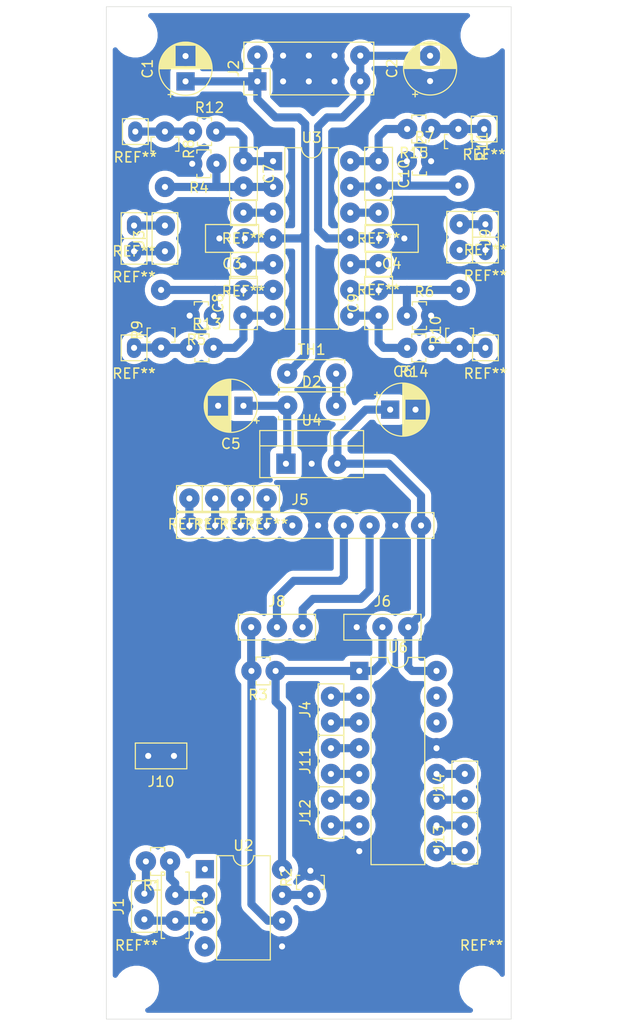
<source format=kicad_pcb>
(kicad_pcb (version 20171130) (host pcbnew "(5.1.7-0-10_14)")
  (layers (0 F.Cu signal) (31 B.Cu signal) (34 B.Paste user) (35 F.Paste user) (36 B.SilkS user) (37 F.SilkS user hide) (38 B.Mask user) (39 F.Mask user) (44 Edge.Cuts user))
  (net 0 "")
  (net 1 +12V)
  (net 2 GND)
  (net 3 -12V)
  (net 4 "Net-(C5-Pad1)")
  (net 5 +5V)
  (net 6 "Net-(C7-Pad2)")
  (net 7 "Net-(C7-Pad1)")
  (net 8 "Net-(C8-Pad2)")
  (net 9 "Net-(C8-Pad1)")
  (net 10 "Net-(C9-Pad1)")
  (net 11 "Net-(C9-Pad2)")
  (net 12 "Net-(C10-Pad1)")
  (net 13 "Net-(C10-Pad2)")
  (net 14 "Net-(D1-Pad2)")
  (net 15 "Net-(D1-Pad1)")
  (net 16 "Net-(D2-Pad2)")
  (net 17 "Net-(J1-Pad4)")
  (net 18 CV_A_OUT)
  (net 19 CV_B_OUT)
  (net 20 CV_C_OUT)
  (net 21 CV_D_OUT)
  (net 22 CLOCK_OUT)
  (net 23 GATE_D_OUT)
  (net 24 GATE_C_OUT)
  (net 25 GATE_B_OUT)
  (net 26 GATE_A_OUT)
  (net 27 DAC_CLK)
  (net 28 DAC_DATA)
  (net 29 "Net-(J5-Pad6)")
  (net 30 CV_A)
  (net 31 CV_B)
  (net 32 CV_C)
  (net 33 CV_D)
  (net 34 "Net-(R2-Pad1)")
  (net 35 +3V3)
  (net 36 MIDI_IN_RX)
  (net 37 "Net-(U2-Pad4)")
  (net 38 "Net-(U2-Pad1)")
  (net 39 "Net-(U6-Pad15)")
  (net 40 GATE_C)
  (net 41 "Net-(U6-Pad14)")
  (net 42 GATE_B)
  (net 43 CLOCK)
  (net 44 GATE_A)
  (net 45 GATE_D)
  (module MountingHole:MountingHole_3.2mm_M3 (layer F.Cu) (at 143.764 140.5)
    (fp_text reference REF** (at 0 -4.2) (layer F.SilkS))
    (fp_text value MountingHole_3.2mm_M3 hide)
    (pad 1 np_thru_hole circle (at 0 0) (size 3.2 3.2) (drill 3.2) (layers *.Cu *.Mask))
  )
  (module MountingHole:MountingHole_3.2mm_M3 (layer F.Cu) (at 109.728 140.5)
    (fp_text reference REF** (at 0 -4.2) (layer F.SilkS))
    (fp_text value MountingHole_3.2mm_M3 hide)
    (pad 1 np_thru_hole circle (at 0 0) (size 3.2 3.2) (drill 3.2) (layers *.Cu *.Mask))
  )
  (module MountingHole:MountingHole_3.2mm_M3 (layer F.Cu) (at 143.891 46.5)
    (fp_text reference REF** (at 0 -4.2) (layer F.SilkS))
    (fp_text value MountingHole_3.2mm_M3 hide)
    (pad 1 np_thru_hole circle (at 0 0) (size 3.2 3.2) (drill 3.2) (layers *.Cu *.Mask))
  )
  (module MountingHole:MountingHole_3.2mm_M3 (layer F.Cu) (at 109.601 46.5)
    (fp_text reference REF** (at 0 -4.2) (layer F.SilkS))
    (fp_text value MountingHole_3.2mm_M3 hide)
    (pad 1 np_thru_hole circle (at 0 0) (size 3.2 3.2) (drill 3.2) (layers *.Cu *.Mask))
  )
  (module Zimo_Manual_PCB:Jumper (layer F.Cu) (at 122.555 92.202)
    (fp_text reference REF** (at 0 2.54) (layer F.SilkS))
    (fp_text value J)
    (pad 1 thru_hole circle (at 0 0) (size 2 2) (drill 0.6) (layers *.Cu *.Mask) (net 30 CV_A))
  )
  (module Zimo_Manual_PCB:Jumper (layer F.Cu) (at 120.015 92.202)
    (fp_text reference REF** (at 0 2.54) (layer F.SilkS))
    (fp_text value JB)
    (pad 1 thru_hole circle (at 0 0) (size 2 2) (drill 0.6) (layers *.Cu *.Mask) (net 31 CV_B))
  )
  (module Zimo_Manual_PCB:Jumper (layer F.Cu) (at 117.475 92.202)
    (fp_text reference REF** (at 0 2.54) (layer F.SilkS))
    (fp_text value JC)
    (pad 1 thru_hole circle (at 0 0) (size 2 2) (drill 0.6) (layers *.Cu *.Mask) (net 32 CV_C))
  )
  (module Zimo_Manual_PCB:Jumper (layer F.Cu) (at 114.935 92.202)
    (fp_text reference REF** (at 0 2.54) (layer F.SilkS))
    (fp_text value JD)
    (pad 1 thru_hole circle (at 0 0) (size 2 2) (drill 0.6) (layers *.Cu *.Mask) (net 33 CV_D))
  )
  (module Zimo_Manual_PCB:Jumper (layer F.Cu) (at 133.604 69.088)
    (fp_text reference REF** (at 0 2.54) (layer F.SilkS))
    (fp_text value JC)
    (pad 1 thru_hole circle (at 0 0) (size 2 2) (drill 0.6) (layers *.Cu *.Mask) (net 32 CV_C))
  )
  (module Zimo_Manual_PCB:Jumper (layer F.Cu) (at 133.604 64.008)
    (fp_text reference REF** (at 0 2.54) (layer F.SilkS))
    (fp_text value JD)
    (pad 1 thru_hole circle (at 0 0) (size 2 2) (drill 0.6) (layers *.Cu *.Mask) (net 33 CV_D))
  )
  (module Zimo_Manual_PCB:Jumper (layer F.Cu) (at 120.269 69.215)
    (fp_text reference REF** (at 0 2.54) (layer F.SilkS))
    (fp_text value JB)
    (pad 1 thru_hole circle (at 0 0) (size 2 2) (drill 0.6) (layers *.Cu *.Mask) (net 31 CV_B))
  )
  (module Zimo_Manual_PCB:Jumper (layer F.Cu) (at 120.269 64.008)
    (fp_text reference REF** (at 0 2.54) (layer F.SilkS))
    (fp_text value JA)
    (pad 1 thru_hole circle (at 0 0) (size 2 2) (drill 0.6) (layers *.Cu *.Mask) (net 30 CV_A))
  )
  (module Zimo_Manual_PCB:Jumper (layer F.Cu) (at 144.018 55.753)
    (fp_text reference REF** (at 0 2.54) (layer F.SilkS))
    (fp_text value J1)
    (pad 1 thru_hole oval (at 0 0) (size 1.4 2) (drill 0.6) (layers *.Cu *.Mask) (net 21 CV_D_OUT))
  )
  (module Zimo_Manual_PCB:Jumper (layer F.Cu) (at 144.145 65.151)
    (fp_text reference REF** (at 0 2.54) (layer F.SilkS))
    (fp_text value J1)
    (pad 1 thru_hole oval (at 0 0) (size 1.4 2) (drill 0.6) (layers *.Cu *.Mask) (net 21 CV_D_OUT))
  )
  (module Zimo_Manual_PCB:Jumper (layer F.Cu) (at 144.145 67.691)
    (fp_text reference REF** (at 0 2.54) (layer F.SilkS))
    (fp_text value J2)
    (pad 1 thru_hole oval (at 0 0) (size 1.4 2) (drill 0.6) (layers *.Cu *.Mask) (net 20 CV_C_OUT))
  )
  (module Zimo_Manual_PCB:Jumper (layer F.Cu) (at 144.145 77.343)
    (fp_text reference REF** (at 0 2.54) (layer F.SilkS))
    (fp_text value J2)
    (pad 1 thru_hole oval (at 0 0) (size 1.4 2) (drill 0.6) (layers *.Cu *.Mask) (net 20 CV_C_OUT))
  )
  (module Zimo_Manual_PCB:Jumper (layer F.Cu) (at 109.601 56.007)
    (fp_text reference REF** (at 0 2.54) (layer F.SilkS))
    (fp_text value J4)
    (pad 1 thru_hole oval (at 0 0) (size 1.4 2) (drill 0.6) (layers *.Cu *.Mask) (net 18 CV_A_OUT))
  )
  (module Zimo_Manual_PCB:Jumper (layer F.Cu) (at 109.474 65.278)
    (fp_text reference REF** (at 0 2.54) (layer F.SilkS))
    (fp_text value J4)
    (pad 1 thru_hole oval (at 0 0) (size 1.4 2) (drill 0.6) (layers *.Cu *.Mask) (net 18 CV_A_OUT))
  )
  (module Zimo_Manual_PCB:Jumper (layer F.Cu) (at 109.474 67.818)
    (fp_text reference REF** (at 0 2.54) (layer F.SilkS))
    (fp_text value J3)
    (pad 1 thru_hole oval (at 0 0) (size 1.4 2) (drill 0.6) (layers *.Cu *.Mask) (net 19 CV_B_OUT))
  )
  (module Zimo_Manual_PCB:Jumper (layer F.Cu) (at 109.474 77.343)
    (fp_text reference REF** (at 0 2.54) (layer F.SilkS))
    (fp_text value J3)
    (pad 1 thru_hole oval (at 0 0) (size 1.4 2) (drill 0.6) (layers *.Cu *.Mask) (net 19 CV_B_OUT))
  )
  (module Zimo_Manual_PCB:CP_Radial_D5.0mm_P2.50mm (layer F.Cu) (at 114.554 51.054 90)
    (fp_text reference C1 (at 1.25 -3.75 90) (layer F.SilkS))
    (fp_text value 10u)
    (pad 1 thru_hole rect (at 0 0 90) (size 1.8 1.8) (drill 0.6) (layers *.Cu *.Mask) (net 1 +12V))
    (pad 2 thru_hole circle (at 2.5 0 90) (size 2 2) (drill 0.6) (layers *.Cu *.Mask) (net 2 GND))
  )
  (module Zimo_Manual_PCB:CP_Radial_D5.0mm_P2.50mm (layer F.Cu) (at 138.684 51.0286 90)
    (fp_text reference C2 (at 1.25 -3.75 90) (layer F.SilkS))
    (fp_text value 10u)
    (pad 2 thru_hole circle (at 2.5 0 90) (size 2 2) (drill 0.6) (layers *.Cu *.Mask) (net 3 -12V))
    (pad 1 thru_hole rect (at 0 0 90) (size 1.8 1.8) (drill 0.6) (layers *.Cu *.Mask) (net 2 GND))
  )
  (module Zimo_Manual_PCB:C_Disc_D5.0mm_W2.5mm_P2.50mm (layer F.Cu) (at 120.396 66.548 180)
    (fp_text reference C3 (at 1.25 -2.5) (layer F.SilkS))
    (fp_text value 100n)
    (pad 2 thru_hole circle (at 2.5 0 180) (size 2 2) (drill 0.6) (layers *.Cu *.Mask) (net 2 GND))
    (pad 1 thru_hole circle (at 0 0 180) (size 2 2) (drill 0.6) (layers *.Cu *.Mask) (net 1 +12V))
  )
  (module Zimo_Manual_PCB:C_Disc_D5.0mm_W2.5mm_P2.50mm (layer F.Cu) (at 136.144 66.548 180)
    (fp_text reference C4 (at 1.25 -2.5) (layer F.SilkS))
    (fp_text value 100n)
    (pad 1 thru_hole circle (at 0 0 180) (size 2 2) (drill 0.6) (layers *.Cu *.Mask) (net 2 GND))
    (pad 2 thru_hole circle (at 2.5 0 180) (size 2 2) (drill 0.6) (layers *.Cu *.Mask) (net 3 -12V))
  )
  (module Zimo_Manual_PCB:CP_Radial_D5.0mm_P2.50mm (layer F.Cu) (at 120.269 83.058 180)
    (fp_text reference C5 (at 1.25 -3.75) (layer F.SilkS))
    (fp_text value 100u)
    (pad 2 thru_hole circle (at 2.5 0 180) (size 2 2) (drill 0.6) (layers *.Cu *.Mask) (net 2 GND))
    (pad 1 thru_hole rect (at 0 0 180) (size 1.8 1.8) (drill 0.6) (layers *.Cu *.Mask) (net 4 "Net-(C5-Pad1)"))
  )
  (module Zimo_Manual_PCB:CP_Radial_D5.0mm_P2.50mm (layer F.Cu) (at 134.747 83.439)
    (fp_text reference C6 (at 1.25 -3.75) (layer F.SilkS))
    (fp_text value 10u)
    (pad 1 thru_hole rect (at 0 0) (size 1.8 1.8) (drill 0.6) (layers *.Cu *.Mask) (net 5 +5V))
    (pad 2 thru_hole circle (at 2.5 0) (size 2 2) (drill 0.6) (layers *.Cu *.Mask) (net 2 GND))
  )
  (module Zimo_Manual_PCB:C_Disc_D5.0mm_W2.5mm_P2.50mm (layer F.Cu) (at 120.269 58.928 270)
    (fp_text reference C7 (at 1.25 -2.5 90) (layer F.SilkS))
    (fp_text value 22p)
    (pad 2 thru_hole circle (at 2.5 0 270) (size 2 2) (drill 0.6) (layers *.Cu *.Mask) (net 6 "Net-(C7-Pad2)"))
    (pad 1 thru_hole circle (at 0 0 270) (size 2 2) (drill 0.6) (layers *.Cu *.Mask) (net 7 "Net-(C7-Pad1)"))
  )
  (module Zimo_Manual_PCB:C_Disc_D5.0mm_W2.5mm_P2.50mm (layer F.Cu) (at 120.269 74.168 90)
    (fp_text reference C8 (at 1.25 -2.5 90) (layer F.SilkS))
    (fp_text value 22p)
    (pad 2 thru_hole circle (at 2.5 0 90) (size 2 2) (drill 0.6) (layers *.Cu *.Mask) (net 8 "Net-(C8-Pad2)"))
    (pad 1 thru_hole circle (at 0 0 90) (size 2 2) (drill 0.6) (layers *.Cu *.Mask) (net 9 "Net-(C8-Pad1)"))
  )
  (module Zimo_Manual_PCB:C_Disc_D5.0mm_W2.5mm_P2.50mm (layer F.Cu) (at 133.604 74.168 90)
    (fp_text reference C9 (at 1.25 -2.5 90) (layer F.SilkS))
    (fp_text value 22p)
    (pad 1 thru_hole circle (at 0 0 90) (size 2 2) (drill 0.6) (layers *.Cu *.Mask) (net 10 "Net-(C9-Pad1)"))
    (pad 2 thru_hole circle (at 2.5 0 90) (size 2 2) (drill 0.6) (layers *.Cu *.Mask) (net 11 "Net-(C9-Pad2)"))
  )
  (module Zimo_Manual_PCB:C_Disc_D5.0mm_W2.5mm_P2.50mm (layer F.Cu) (at 133.604 58.928 270)
    (fp_text reference C10 (at 1.25 -2.5 90) (layer F.SilkS))
    (fp_text value 22p)
    (pad 1 thru_hole circle (at 0 0 270) (size 2 2) (drill 0.6) (layers *.Cu *.Mask) (net 12 "Net-(C10-Pad1)"))
    (pad 2 thru_hole circle (at 2.5 0 270) (size 2 2) (drill 0.6) (layers *.Cu *.Mask) (net 13 "Net-(C10-Pad2)"))
  )
  (module Zimo_Manual_PCB:D_Axial (layer F.Cu) (at 113.538 128.524 270)
    (fp_text reference D1 (at 3.81 -2.37 90) (layer F.SilkS))
    (fp_text value 1N4148)
    (pad 2 thru_hole oval (at 5.334 0 270) (size 2 2) (drill 0.6) (layers *.Cu *.Mask) (net 14 "Net-(D1-Pad2)"))
    (pad 1 thru_hole circle (at 2.794 0 270) (size 2 2) (drill 0.6) (layers *.Cu *.Mask) (net 15 "Net-(D1-Pad1)"))
  )
  (module Zimo_Manual_PCB:D_Axial (layer F.Cu) (at 123.19 83.058)
    (fp_text reference D2 (at 3.81 -2.37) (layer F.SilkS))
    (fp_text value 1N4001)
    (pad 1 thru_hole circle (at 1.397 0) (size 2 2) (drill 0.6) (layers *.Cu *.Mask) (net 4 "Net-(C5-Pad1)"))
    (pad 2 thru_hole oval (at 6.223 0) (size 2 2) (drill 0.6) (layers *.Cu *.Mask) (net 16 "Net-(D2-Pad2)"))
  )
  (module Zimo_Manual_PCB:Eurorack_Power_Supply (layer F.Cu) (at 121.63925 51.054 90)
    (fp_text reference J2 (at 1.27 -2.33 90) (layer F.SilkS))
    (fp_text value +12V|GND|-12V)
    (pad 10 thru_hole oval (at 2.54 10.16 90) (size 2 2) (drill 0.6) (layers *.Cu *.Mask) (net 3 -12V))
    (pad 9 thru_hole oval (at 0 10.16 90) (size 2 2) (drill 0.6) (layers *.Cu *.Mask) (net 3 -12V))
    (pad 8 thru_hole oval (at 2.54 7.62 90) (size 2 2) (drill 0.6) (layers *.Cu *.Mask) (net 2 GND))
    (pad 7 thru_hole oval (at 0 7.62 90) (size 2 2) (drill 0.6) (layers *.Cu *.Mask) (net 2 GND))
    (pad 6 thru_hole oval (at 2.54 5.08 90) (size 2 2) (drill 0.6) (layers *.Cu *.Mask) (net 2 GND))
    (pad 5 thru_hole oval (at 0 5.08 90) (size 2 2) (drill 0.6) (layers *.Cu *.Mask) (net 2 GND))
    (pad 4 thru_hole oval (at 2.54 2.54 90) (size 2 2) (drill 0.6) (layers *.Cu *.Mask) (net 2 GND))
    (pad 3 thru_hole oval (at 0 2.54 90) (size 2 2) (drill 0.6) (layers *.Cu *.Mask) (net 2 GND))
    (pad 2 thru_hole oval (at 2.54 0 90) (size 2 2) (drill 0.6) (layers *.Cu *.Mask) (net 1 +12V))
    (pad 1 thru_hole rect (at 0 0 90) (size 1.8 1.8) (drill 0.6) (layers *.Cu *.Mask) (net 1 +12V))
  )
  (module Zimo_Manual_PCB:PinOut_01x10 (layer F.Cu) (at 137.795 94.869 180)
    (fp_text reference J5 (at 11.938 2.54) (layer F.SilkS))
    (fp_text value "MCP4728 Breakout Board")
    (pad 1 thru_hole circle (at 0 0 180) (size 2 2) (drill 0.6) (layers *.Cu *.Mask) (net 5 +5V))
    (pad 2 thru_hole circle (at 2.54 0 180) (size 2 2) (drill 0.6) (layers *.Cu *.Mask) (net 2 GND))
    (pad 3 thru_hole circle (at 5.08 0 180) (size 2 2) (drill 0.6) (layers *.Cu *.Mask) (net 27 DAC_CLK))
    (pad 4 thru_hole circle (at 7.62 0 180) (size 2 2) (drill 0.6) (layers *.Cu *.Mask) (net 28 DAC_DATA))
    (pad 5 thru_hole circle (at 10.16 0 180) (size 2 2) (drill 0.6) (layers *.Cu *.Mask) (net 2 GND))
    (pad 6 thru_hole circle (at 12.7 0 180) (size 2 2) (drill 0.6) (layers *.Cu *.Mask) (net 29 "Net-(J5-Pad6)"))
    (pad 7 thru_hole circle (at 15.24 0 180) (size 2 2) (drill 0.6) (layers *.Cu *.Mask) (net 30 CV_A))
    (pad 8 thru_hole circle (at 17.78 0 180) (size 2 2) (drill 0.6) (layers *.Cu *.Mask) (net 31 CV_B))
    (pad 9 thru_hole circle (at 20.32 0 180) (size 2 2) (drill 0.6) (layers *.Cu *.Mask) (net 32 CV_C))
    (pad 10 thru_hole circle (at 22.86 0 180) (size 2 2) (drill 0.6) (layers *.Cu *.Mask) (net 33 CV_D))
  )
  (module Zimo_Manual_PCB:R_Axial_Vertical (layer F.Cu) (at 113.03 128.016 180)
    (fp_text reference R1 (at 1.7272 -2.3622) (layer F.SilkS))
    (fp_text value 220)
    (pad 1 thru_hole circle (at 0 0 180) (size 2 2) (drill 0.6) (layers *.Cu *.Mask) (net 15 "Net-(D1-Pad1)"))
    (pad 2 thru_hole oval (at 2.3876 0 180) (size 2 2) (drill 0.6) (layers *.Cu *.Mask) (net 17 "Net-(J1-Pad4)"))
  )
  (module Zimo_Manual_PCB:R_Axial_Vertical (layer F.Cu) (at 126.873 131.318 90)
    (fp_text reference R2 (at 1.7272 -2.3622 90) (layer F.SilkS))
    (fp_text value 4.7k)
    (pad 2 thru_hole oval (at 2.3876 0 90) (size 2 2) (drill 0.6) (layers *.Cu *.Mask) (net 2 GND))
    (pad 1 thru_hole circle (at 0 0 90) (size 2 2) (drill 0.6) (layers *.Cu *.Mask) (net 34 "Net-(R2-Pad1)"))
  )
  (module Zimo_Manual_PCB:R_Axial_Vertical (layer F.Cu) (at 123.444 109.22 180)
    (fp_text reference R3 (at 1.7272 -2.3622) (layer F.SilkS))
    (fp_text value 220)
    (pad 1 thru_hole circle (at 0 0 180) (size 2 2) (drill 0.6) (layers *.Cu *.Mask) (net 35 +3V3))
    (pad 2 thru_hole oval (at 2.3876 0 180) (size 2 2) (drill 0.6) (layers *.Cu *.Mask) (net 36 MIDI_IN_RX))
  )
  (module Zimo_Manual_PCB:R_Axial_Vertical (layer F.Cu) (at 117.602 59.182 180)
    (fp_text reference R4 (at 1.7272 -2.3622) (layer F.SilkS))
    (fp_text value 47k)
    (pad 2 thru_hole oval (at 2.3876 0 180) (size 2 2) (drill 0.6) (layers *.Cu *.Mask) (net 2 GND))
    (pad 1 thru_hole circle (at 0 0 180) (size 2 2) (drill 0.6) (layers *.Cu *.Mask) (net 6 "Net-(C7-Pad2)"))
  )
  (module Zimo_Manual_PCB:R_Axial_Vertical (layer F.Cu) (at 117.348 74.168 180)
    (fp_text reference R5 (at 1.7272 -2.3622) (layer F.SilkS))
    (fp_text value 47k)
    (pad 2 thru_hole oval (at 2.3876 0 180) (size 2 2) (drill 0.6) (layers *.Cu *.Mask) (net 2 GND))
    (pad 1 thru_hole circle (at 0 0 180) (size 2 2) (drill 0.6) (layers *.Cu *.Mask) (net 8 "Net-(C8-Pad2)"))
  )
  (module Zimo_Manual_PCB:R_Axial_Vertical (layer F.Cu) (at 136.398 74.168)
    (fp_text reference R6 (at 1.7272 -2.3622) (layer F.SilkS))
    (fp_text value 47k)
    (pad 2 thru_hole oval (at 2.3876 0) (size 2 2) (drill 0.6) (layers *.Cu *.Mask) (net 2 GND))
    (pad 1 thru_hole circle (at 0 0) (size 2 2) (drill 0.6) (layers *.Cu *.Mask) (net 11 "Net-(C9-Pad2)"))
  )
  (module Zimo_Manual_PCB:R_Axial_Vertical (layer F.Cu) (at 136.398 58.928)
    (fp_text reference R7 (at 1.7272 -2.3622) (layer F.SilkS))
    (fp_text value 47k)
    (pad 1 thru_hole circle (at 0 0) (size 2 2) (drill 0.6) (layers *.Cu *.Mask) (net 13 "Net-(C10-Pad2)"))
    (pad 2 thru_hole oval (at 2.3876 0) (size 2 2) (drill 0.6) (layers *.Cu *.Mask) (net 2 GND))
  )
  (module Zimo_Manual_PCB:R_Axial_Vertical (layer F.Cu) (at 112.522 56.007 270)
    (fp_text reference R8 (at 1.7272 -2.3622 90) (layer F.SilkS))
    (fp_text value 68k)
    (pad 1 thru_hole circle (at 0 0 270) (size 2 2) (drill 0.6) (layers *.Cu *.Mask) (net 18 CV_A_OUT))
    (pad 2 thru_hole oval (at 5.461 0 270) (size 2 2) (drill 0.6) (layers *.Cu *.Mask) (net 6 "Net-(C7-Pad2)"))
  )
  (module Zimo_Manual_PCB:R_Axial_Vertical (layer F.Cu) (at 112.141 77.3176 90)
    (fp_text reference R9 (at 1.7272 -2.3622 90) (layer F.SilkS))
    (fp_text value 68k)
    (pad 1 thru_hole circle (at 0 0 90) (size 2 2) (drill 0.6) (layers *.Cu *.Mask) (net 19 CV_B_OUT))
    (pad 2 thru_hole oval (at 5.6896 0 90) (size 2 2) (drill 0.6) (layers *.Cu *.Mask) (net 8 "Net-(C8-Pad2)"))
  )
  (module Zimo_Manual_PCB:R_Axial_Vertical (layer F.Cu) (at 141.605 77.343 90)
    (fp_text reference R10 (at 1.7272 -2.3622 90) (layer F.SilkS))
    (fp_text value 68k)
    (pad 1 thru_hole circle (at 0 0 90) (size 2 2) (drill 0.6) (layers *.Cu *.Mask) (net 20 CV_C_OUT))
    (pad 2 thru_hole oval (at 5.715 0 90) (size 2 2) (drill 0.6) (layers *.Cu *.Mask) (net 11 "Net-(C9-Pad2)"))
  )
  (module Zimo_Manual_PCB:R_Axial_Vertical (layer F.Cu) (at 141.478 55.753 270)
    (fp_text reference R11 (at 1.7272 -2.3622 90) (layer F.SilkS))
    (fp_text value 68k)
    (pad 1 thru_hole circle (at 0 0 270) (size 2 2) (drill 0.6) (layers *.Cu *.Mask) (net 21 CV_D_OUT))
    (pad 2 thru_hole oval (at 5.588 0 270) (size 2 2) (drill 0.6) (layers *.Cu *.Mask) (net 13 "Net-(C10-Pad2)"))
  )
  (module Zimo_Manual_PCB:R_Axial_Vertical (layer F.Cu) (at 115.189 56.007)
    (fp_text reference R12 (at 1.7272 -2.3622) (layer F.SilkS))
    (fp_text value 1k)
    (pad 2 thru_hole oval (at 2.3876 0) (size 2 2) (drill 0.6) (layers *.Cu *.Mask) (net 7 "Net-(C7-Pad1)"))
    (pad 1 thru_hole circle (at 0 0) (size 2 2) (drill 0.6) (layers *.Cu *.Mask) (net 18 CV_A_OUT))
  )
  (module Zimo_Manual_PCB:R_Axial_Vertical (layer F.Cu) (at 114.935 77.343)
    (fp_text reference R13 (at 1.7272 -2.3622) (layer F.SilkS))
    (fp_text value 1k)
    (pad 2 thru_hole oval (at 2.3876 0) (size 2 2) (drill 0.6) (layers *.Cu *.Mask) (net 9 "Net-(C8-Pad1)"))
    (pad 1 thru_hole circle (at 0 0) (size 2 2) (drill 0.6) (layers *.Cu *.Mask) (net 19 CV_B_OUT))
  )
  (module Zimo_Manual_PCB:R_Axial_Vertical (layer F.Cu) (at 138.811 77.343 180)
    (fp_text reference R14 (at 1.7272 -2.3622) (layer F.SilkS))
    (fp_text value 1k)
    (pad 2 thru_hole oval (at 2.3876 0 180) (size 2 2) (drill 0.6) (layers *.Cu *.Mask) (net 10 "Net-(C9-Pad1)"))
    (pad 1 thru_hole circle (at 0 0 180) (size 2 2) (drill 0.6) (layers *.Cu *.Mask) (net 20 CV_C_OUT))
  )
  (module Zimo_Manual_PCB:R_Axial_Vertical (layer F.Cu) (at 138.811 55.753 180)
    (fp_text reference R15 (at 1.7272 -2.3622) (layer F.SilkS))
    (fp_text value 1k)
    (pad 2 thru_hole oval (at 2.3876 0 180) (size 2 2) (drill 0.6) (layers *.Cu *.Mask) (net 12 "Net-(C10-Pad1)"))
    (pad 1 thru_hole circle (at 0 0 180) (size 2 2) (drill 0.6) (layers *.Cu *.Mask) (net 21 CV_D_OUT))
  )
  (module Zimo_Manual_PCB:R_Axial_DIN0207_L6.3mm_D2.5mm_P7.62mm_Horizontal (layer F.Cu) (at 123.19 79.883)
    (fp_text reference TH1 (at 3.81 -2.37) (layer F.SilkS))
    (fp_text value RA025)
    (pad 2 thru_hole oval (at 6.223 0) (size 2 2) (drill 0.6) (layers *.Cu *.Mask) (net 16 "Net-(D2-Pad2)"))
    (pad 1 thru_hole circle (at 1.397 0) (size 2 2) (drill 0.6) (layers *.Cu *.Mask) (net 1 +12V))
  )
  (module Zimo_Manual_PCB:DIP-8_W7.62mm (layer F.Cu) (at 116.459 128.778)
    (fp_text reference U2 (at 3.81 -2.33) (layer F.SilkS))
    (fp_text value 6N138)
    (pad 8 thru_hole oval (at 7.62 0) (size 2 2) (drill 0.6) (layers *.Cu *.Mask) (net 35 +3V3))
    (pad 4 thru_hole oval (at 0 7.62) (size 2 2) (drill 0.6) (layers *.Cu *.Mask) (net 37 "Net-(U2-Pad4)"))
    (pad 7 thru_hole oval (at 7.62 2.54) (size 2 2) (drill 0.6) (layers *.Cu *.Mask) (net 34 "Net-(R2-Pad1)"))
    (pad 3 thru_hole oval (at 0 5.08) (size 2 2) (drill 0.6) (layers *.Cu *.Mask) (net 14 "Net-(D1-Pad2)"))
    (pad 6 thru_hole oval (at 7.62 5.08) (size 2 2) (drill 0.6) (layers *.Cu *.Mask) (net 36 MIDI_IN_RX))
    (pad 2 thru_hole oval (at 0 2.54) (size 2 2) (drill 0.6) (layers *.Cu *.Mask) (net 15 "Net-(D1-Pad1)"))
    (pad 5 thru_hole oval (at 7.62 7.62) (size 2 2) (drill 0.6) (layers *.Cu *.Mask) (net 2 GND))
    (pad 1 thru_hole rect (at 0 0) (size 1.8 1.8) (drill 0.6) (layers *.Cu *.Mask) (net 38 "Net-(U2-Pad1)"))
  )
  (module Zimo_Manual_PCB:DIP-14_W7.62mm (layer F.Cu) (at 123.19 58.928)
    (fp_text reference U3 (at 3.81 -2.33) (layer F.SilkS))
    (fp_text value TL074)
    (pad 14 thru_hole oval (at 7.62 0) (size 2 2) (drill 0.6) (layers *.Cu *.Mask) (net 12 "Net-(C10-Pad1)"))
    (pad 7 thru_hole oval (at 0 15.24) (size 2 2) (drill 0.6) (layers *.Cu *.Mask) (net 9 "Net-(C8-Pad1)"))
    (pad 13 thru_hole oval (at 7.62 2.54) (size 2 2) (drill 0.6) (layers *.Cu *.Mask) (net 13 "Net-(C10-Pad2)"))
    (pad 6 thru_hole oval (at 0 12.7) (size 2 2) (drill 0.6) (layers *.Cu *.Mask) (net 8 "Net-(C8-Pad2)"))
    (pad 12 thru_hole oval (at 7.62 5.08) (size 2 2) (drill 0.6) (layers *.Cu *.Mask) (net 33 CV_D))
    (pad 5 thru_hole oval (at 0 10.16) (size 2 2) (drill 0.6) (layers *.Cu *.Mask) (net 31 CV_B))
    (pad 11 thru_hole oval (at 7.62 7.62) (size 2 2) (drill 0.6) (layers *.Cu *.Mask) (net 3 -12V))
    (pad 4 thru_hole oval (at 0 7.62) (size 2 2) (drill 0.6) (layers *.Cu *.Mask) (net 1 +12V))
    (pad 10 thru_hole oval (at 7.62 10.16) (size 2 2) (drill 0.6) (layers *.Cu *.Mask) (net 32 CV_C))
    (pad 3 thru_hole oval (at 0 5.08) (size 2 2) (drill 0.6) (layers *.Cu *.Mask) (net 30 CV_A))
    (pad 9 thru_hole oval (at 7.62 12.7) (size 2 2) (drill 0.6) (layers *.Cu *.Mask) (net 11 "Net-(C9-Pad2)"))
    (pad 2 thru_hole oval (at 0 2.54) (size 2 2) (drill 0.6) (layers *.Cu *.Mask) (net 6 "Net-(C7-Pad2)"))
    (pad 8 thru_hole oval (at 7.62 15.24) (size 2 2) (drill 0.6) (layers *.Cu *.Mask) (net 10 "Net-(C9-Pad1)"))
    (pad 1 thru_hole rect (at 0 0) (size 1.8 1.8) (drill 0.6) (layers *.Cu *.Mask) (net 7 "Net-(C7-Pad1)"))
  )
  (module Package_TO_SOT_THT:TO-220-3_Vertical (layer F.Cu) (at 124.46 88.773)
    (fp_text reference U4 (at 2.54 -4.27) (layer F.SilkS))
    (fp_text value L7805)
    (pad 1 thru_hole rect (at 0 0) (size 1.905 2) (drill 0.6) (layers *.Cu *.Mask) (net 4 "Net-(C5-Pad1)"))
    (pad 2 thru_hole oval (at 2.54 0) (size 1.905 2) (drill 0.6) (layers *.Cu *.Mask) (net 2 GND))
    (pad 3 thru_hole oval (at 5.08 0) (size 1.905 2) (drill 0.6) (layers *.Cu *.Mask) (net 5 +5V))
  )
  (module Zimo_Manual_PCB:DIP-16_W7.62mm (layer F.Cu) (at 131.699 109.22)
    (fp_text reference U6 (at 3.81 -2.33) (layer F.SilkS))
    (fp_text value 4504)
    (pad 16 thru_hole oval (at 7.62 0) (size 2 2) (drill 0.6) (layers *.Cu *.Mask) (net 5 +5V))
    (pad 8 thru_hole oval (at 0 17.78) (size 2 2) (drill 0.6) (layers *.Cu *.Mask) (net 2 GND))
    (pad 15 thru_hole oval (at 7.62 2.54) (size 2 2) (drill 0.6) (layers *.Cu *.Mask) (net 39 "Net-(U6-Pad15)"))
    (pad 7 thru_hole oval (at 0 15.24) (size 2 2) (drill 0.6) (layers *.Cu *.Mask) (net 40 GATE_C))
    (pad 14 thru_hole oval (at 7.62 5.08) (size 2 2) (drill 0.6) (layers *.Cu *.Mask) (net 41 "Net-(U6-Pad14)"))
    (pad 6 thru_hole oval (at 0 12.7) (size 2 2) (drill 0.6) (layers *.Cu *.Mask) (net 24 GATE_C_OUT))
    (pad 13 thru_hole oval (at 7.62 7.62) (size 2 2) (drill 0.6) (layers *.Cu *.Mask) (net 2 GND))
    (pad 5 thru_hole oval (at 0 10.16) (size 2 2) (drill 0.6) (layers *.Cu *.Mask) (net 42 GATE_B))
    (pad 12 thru_hole oval (at 7.62 10.16) (size 2 2) (drill 0.6) (layers *.Cu *.Mask) (net 22 CLOCK_OUT))
    (pad 4 thru_hole oval (at 0 7.62) (size 2 2) (drill 0.6) (layers *.Cu *.Mask) (net 25 GATE_B_OUT))
    (pad 11 thru_hole oval (at 7.62 12.7) (size 2 2) (drill 0.6) (layers *.Cu *.Mask) (net 43 CLOCK))
    (pad 3 thru_hole oval (at 0 5.08) (size 2 2) (drill 0.6) (layers *.Cu *.Mask) (net 44 GATE_A))
    (pad 10 thru_hole oval (at 7.62 15.24) (size 2 2) (drill 0.6) (layers *.Cu *.Mask) (net 23 GATE_D_OUT))
    (pad 2 thru_hole oval (at 0 2.54) (size 2 2) (drill 0.6) (layers *.Cu *.Mask) (net 26 GATE_A_OUT))
    (pad 9 thru_hole oval (at 7.62 17.78) (size 2 2) (drill 0.6) (layers *.Cu *.Mask) (net 45 GATE_D))
    (pad 1 thru_hole rect (at 0 0) (size 1.8 1.8) (drill 0.6) (layers *.Cu *.Mask) (net 35 +3V3))
  )
  (module Zimo_Manual_PCB:PinOut_01x03 (layer F.Cu) (at 136.525 104.902 180)
    (fp_text reference J6 (at 2.54 2.54) (layer F.SilkS))
    (fp_text value "STM32 PWR connections")
    (pad 1 thru_hole circle (at 0 0 180) (size 2 2) (drill 0.6) (layers *.Cu *.Mask) (net 5 +5V))
    (pad 2 thru_hole circle (at 2.54 0 180) (size 2 2) (drill 0.6) (layers *.Cu *.Mask) (net 35 +3V3))
    (pad 3 thru_hole circle (at 5.08 0 180) (size 2 2) (drill 0.6) (layers *.Cu *.Mask) (net 2 GND))
  )
  (module Zimo_Manual_PCB:PinOut_01x03 (layer F.Cu) (at 126.111 104.902 180)
    (fp_text reference J8 (at 2.54 2.54) (layer F.SilkS))
    (fp_text value "STM32-DAC-MIDI connections")
    (pad 3 thru_hole circle (at 5.08 0 180) (size 2 2) (drill 0.6) (layers *.Cu *.Mask) (net 36 MIDI_IN_RX))
    (pad 2 thru_hole circle (at 2.54 0 180) (size 2 2) (drill 0.6) (layers *.Cu *.Mask) (net 28 DAC_DATA))
    (pad 1 thru_hole circle (at 0 0 180) (size 2 2) (drill 0.6) (layers *.Cu *.Mask) (net 27 DAC_CLK))
  )
  (module Zimo_Manual_PCB:PinOut_01x02 (layer F.Cu) (at 112.522 65.278 270)
    (fp_text reference J3 (at 1.27 2.54 90) (layer F.SilkS))
    (fp_text value "CV A+B Out")
    (pad 1 thru_hole circle (at 0 0 270) (size 2 2) (drill 0.6) (layers *.Cu *.Mask) (net 18 CV_A_OUT))
    (pad 2 thru_hole circle (at 2.54 0 270) (size 2 2) (drill 0.6) (layers *.Cu *.Mask) (net 19 CV_B_OUT))
  )
  (module Zimo_Manual_PCB:PinOut_01x02 (layer F.Cu) (at 141.605 67.691 90)
    (fp_text reference J9 (at 1.27 2.54 90) (layer F.SilkS))
    (fp_text value "CV C+D Out")
    (pad 2 thru_hole circle (at 2.54 0 90) (size 2 2) (drill 0.6) (layers *.Cu *.Mask) (net 21 CV_D_OUT))
    (pad 1 thru_hole circle (at 0 0 90) (size 2 2) (drill 0.6) (layers *.Cu *.Mask) (net 20 CV_C_OUT))
  )
  (module Zimo_Manual_PCB:PinOut_01x02 (layer F.Cu) (at 110.871 117.602)
    (fp_text reference J10 (at 1.27 2.54) (layer F.SilkS))
    (fp_text value Grounds)
    (pad 1 thru_hole circle (at 0 0) (size 2 2) (drill 0.6) (layers *.Cu *.Mask) (net 2 GND))
    (pad 2 thru_hole circle (at 2.54 0) (size 2 2) (drill 0.6) (layers *.Cu *.Mask) (net 2 GND))
  )
  (module Zimo_Manual_PCB:PinOut_01x02 (layer F.Cu) (at 128.905 111.76 270)
    (fp_text reference J4 (at 1.27 2.54 90) (layer F.SilkS))
    (fp_text value "Gate A In+Out")
    (pad 1 thru_hole circle (at 0 0 270) (size 2 2) (drill 0.6) (layers *.Cu *.Mask) (net 26 GATE_A_OUT))
    (pad 2 thru_hole circle (at 2.54 0 270) (size 2 2) (drill 0.6) (layers *.Cu *.Mask) (net 44 GATE_A))
  )
  (module Zimo_Manual_PCB:PinOut_01x02 (layer F.Cu) (at 128.905 116.84 270)
    (fp_text reference J11 (at 1.27 2.54 90) (layer F.SilkS))
    (fp_text value "Gate B In+Out")
    (pad 1 thru_hole circle (at 0 0 270) (size 2 2) (drill 0.6) (layers *.Cu *.Mask) (net 25 GATE_B_OUT))
    (pad 2 thru_hole circle (at 2.54 0 270) (size 2 2) (drill 0.6) (layers *.Cu *.Mask) (net 42 GATE_B))
  )
  (module Zimo_Manual_PCB:PinOut_01x02 (layer F.Cu) (at 128.905 121.92 270)
    (fp_text reference J12 (at 1.27 2.54 90) (layer F.SilkS))
    (fp_text value "Gate C In+Out")
    (pad 2 thru_hole circle (at 2.54 0 270) (size 2 2) (drill 0.6) (layers *.Cu *.Mask) (net 40 GATE_C))
    (pad 1 thru_hole circle (at 0 0 270) (size 2 2) (drill 0.6) (layers *.Cu *.Mask) (net 24 GATE_C_OUT))
  )
  (module Zimo_Manual_PCB:PinOut_01x02 (layer F.Cu) (at 142.113 124.46 270)
    (fp_text reference J13 (at 1.27 2.54 90) (layer F.SilkS))
    (fp_text value "Gate D In+Out")
    (pad 2 thru_hole circle (at 2.54 0 270) (size 2 2) (drill 0.6) (layers *.Cu *.Mask) (net 45 GATE_D))
    (pad 1 thru_hole circle (at 0 0 270) (size 2 2) (drill 0.6) (layers *.Cu *.Mask) (net 23 GATE_D_OUT))
  )
  (module Zimo_Manual_PCB:PinOut_01x02 (layer F.Cu) (at 142.113 119.38 270)
    (fp_text reference J14 (at 1.27 2.54 90) (layer F.SilkS))
    (fp_text value "Clock In+Out")
    (pad 1 thru_hole circle (at 0 0 270) (size 2 2) (drill 0.6) (layers *.Cu *.Mask) (net 22 CLOCK_OUT))
    (pad 2 thru_hole circle (at 2.54 0 270) (size 2 2) (drill 0.6) (layers *.Cu *.Mask) (net 43 CLOCK))
  )
  (module Zimo_Manual_PCB:MIDI_Input (layer F.Cu) (at 110.49 131.191 270)
    (fp_text reference J1 (at 1.27 2.54 90) (layer F.SilkS))
    (fp_text value "MIDI In")
    (pad 5 thru_hole circle (at 2.54 0 270) (size 2 2) (drill 0.6) (layers *.Cu *.Mask) (net 14 "Net-(D1-Pad2)"))
    (pad 4 thru_hole circle (at 0 0 270) (size 2 2) (drill 0.6) (layers *.Cu *.Mask) (net 17 "Net-(J1-Pad4)"))
  )
  (gr_line (start 106.7435 143.5735) (end 106.7435 43.688) (layer Edge.Cuts) (width 0.05))
  (gr_line (start 146.685 143.5735) (end 106.7435 143.5735) (layer Edge.Cuts) (width 0.05))
  (gr_line (start 146.685 43.688) (end 146.685 143.5735) (layer Edge.Cuts) (width 0.05))
  (gr_line (start 106.7435 43.688) (end 146.685 43.688) (layer Edge.Cuts) (width 0.05))
  (segment (start 114.554 51.054) (end 121.63925 51.054) (width 0.8) (layer B.Cu) (net 1))
  (segment (start 121.63925 48.514) (end 121.63925 51.054) (width 0.8) (layer B.Cu) (net 1))
  (segment (start 120.396 66.548) (end 123.19 66.548) (width 0.8) (layer B.Cu) (net 1))
  (segment (start 125.984 66.548) (end 123.19 66.548) (width 0.8) (layer B.Cu) (net 1))
  (segment (start 126.365 66.167) (end 125.984 66.548) (width 0.8) (layer B.Cu) (net 1))
  (segment (start 125.73 54.61) (end 126.365 55.245) (width 0.8) (layer B.Cu) (net 1))
  (segment (start 123.444 54.61) (end 125.73 54.61) (width 0.8) (layer B.Cu) (net 1))
  (segment (start 121.63925 52.80525) (end 123.444 54.61) (width 0.8) (layer B.Cu) (net 1))
  (segment (start 126.365 55.245) (end 126.365 66.167) (width 0.8) (layer B.Cu) (net 1))
  (segment (start 121.63925 51.054) (end 121.63925 52.80525) (width 0.8) (layer B.Cu) (net 1))
  (segment (start 126.365 78.105) (end 126.365 66.167) (width 0.8) (layer B.Cu) (net 1))
  (segment (start 124.587 79.883) (end 126.365 78.105) (width 0.8) (layer B.Cu) (net 1))
  (segment (start 131.81385 48.5286) (end 131.79925 48.514) (width 0.8) (layer B.Cu) (net 3))
  (segment (start 138.684 48.5286) (end 131.81385 48.5286) (width 0.8) (layer B.Cu) (net 3))
  (segment (start 131.79925 48.514) (end 131.79925 51.054) (width 0.8) (layer B.Cu) (net 3))
  (segment (start 130.81 66.548) (end 133.644 66.548) (width 0.8) (layer B.Cu) (net 3))
  (segment (start 128.524 66.548) (end 130.81 66.548) (width 0.8) (layer B.Cu) (net 3))
  (segment (start 127.635 65.659) (end 128.524 66.548) (width 0.8) (layer B.Cu) (net 3))
  (segment (start 127.635 55.499) (end 127.635 65.659) (width 0.8) (layer B.Cu) (net 3))
  (segment (start 130.048 54.61) (end 128.524 54.61) (width 0.8) (layer B.Cu) (net 3))
  (segment (start 131.79925 52.85875) (end 130.048 54.61) (width 0.8) (layer B.Cu) (net 3))
  (segment (start 128.524 54.61) (end 127.635 55.499) (width 0.8) (layer B.Cu) (net 3))
  (segment (start 131.79925 51.054) (end 131.79925 52.85875) (width 0.8) (layer B.Cu) (net 3))
  (segment (start 124.587 88.646) (end 124.46 88.773) (width 0.8) (layer B.Cu) (net 4))
  (segment (start 124.587 83.058) (end 124.587 88.646) (width 0.8) (layer B.Cu) (net 4))
  (segment (start 124.587 83.058) (end 120.269 83.058) (width 0.8) (layer B.Cu) (net 4))
  (segment (start 134.747 83.439) (end 132.334 83.439) (width 0.8) (layer B.Cu) (net 5))
  (segment (start 129.54 86.233) (end 129.54 88.773) (width 0.8) (layer B.Cu) (net 5))
  (segment (start 132.334 83.439) (end 129.54 86.233) (width 0.8) (layer B.Cu) (net 5))
  (segment (start 129.54 88.773) (end 134.62 88.773) (width 0.8) (layer B.Cu) (net 5))
  (segment (start 137.795 91.948) (end 137.795 94.869) (width 0.8) (layer B.Cu) (net 5))
  (segment (start 134.62 88.773) (end 137.795 91.948) (width 0.8) (layer B.Cu) (net 5))
  (segment (start 136.525 104.902) (end 136.525 108.839) (width 0.8) (layer B.Cu) (net 5))
  (segment (start 136.525 108.839) (end 136.906 109.22) (width 0.8) (layer B.Cu) (net 5))
  (segment (start 136.906 109.22) (end 139.319 109.22) (width 0.8) (layer B.Cu) (net 5))
  (segment (start 137.795 103.632) (end 136.525 104.902) (width 0.8) (layer B.Cu) (net 5))
  (segment (start 137.795 94.869) (end 137.795 103.632) (width 0.8) (layer B.Cu) (net 5))
  (segment (start 120.309 61.468) (end 120.269 61.428) (width 0.8) (layer B.Cu) (net 6))
  (segment (start 123.19 61.468) (end 120.309 61.468) (width 0.8) (layer B.Cu) (net 6))
  (segment (start 120.269 61.428) (end 119.848 61.428) (width 0.8) (layer B.Cu) (net 6))
  (segment (start 120.229 61.468) (end 120.269 61.428) (width 0.8) (layer B.Cu) (net 6))
  (segment (start 117.602 61.341) (end 117.729 61.468) (width 0.8) (layer B.Cu) (net 6))
  (segment (start 117.602 59.182) (end 117.602 61.341) (width 0.8) (layer B.Cu) (net 6))
  (segment (start 117.729 61.468) (end 120.229 61.468) (width 0.8) (layer B.Cu) (net 6))
  (segment (start 112.522 61.468) (end 117.729 61.468) (width 0.8) (layer B.Cu) (net 6))
  (segment (start 123.19 58.928) (end 120.269 58.928) (width 0.8) (layer B.Cu) (net 7))
  (segment (start 120.269 58.928) (end 120.269 56.642) (width 0.8) (layer B.Cu) (net 7))
  (segment (start 119.634 56.007) (end 117.5766 56.007) (width 0.8) (layer B.Cu) (net 7))
  (segment (start 120.269 56.642) (end 119.634 56.007) (width 0.8) (layer B.Cu) (net 7))
  (segment (start 120.309 71.628) (end 120.269 71.668) (width 0.8) (layer B.Cu) (net 8))
  (segment (start 123.19 71.628) (end 120.309 71.628) (width 0.8) (layer B.Cu) (net 8))
  (segment (start 120.229 71.628) (end 120.269 71.668) (width 0.8) (layer B.Cu) (net 8))
  (segment (start 117.348 71.755) (end 117.475 71.628) (width 0.8) (layer B.Cu) (net 8))
  (segment (start 117.348 74.168) (end 117.348 71.755) (width 0.8) (layer B.Cu) (net 8))
  (segment (start 117.475 71.628) (end 120.229 71.628) (width 0.8) (layer B.Cu) (net 8))
  (segment (start 112.141 71.628) (end 117.475 71.628) (width 0.8) (layer B.Cu) (net 8))
  (segment (start 123.19 74.168) (end 120.269 74.168) (width 0.8) (layer B.Cu) (net 9))
  (segment (start 120.269 74.168) (end 120.269 76.454) (width 0.8) (layer B.Cu) (net 9))
  (segment (start 119.38 77.343) (end 117.3226 77.343) (width 0.8) (layer B.Cu) (net 9))
  (segment (start 120.269 76.454) (end 119.38 77.343) (width 0.8) (layer B.Cu) (net 9))
  (segment (start 133.604 74.168) (end 130.81 74.168) (width 0.8) (layer B.Cu) (net 10))
  (segment (start 133.604 74.168) (end 133.604 76.835) (width 0.8) (layer B.Cu) (net 10))
  (segment (start 134.112 77.343) (end 136.4234 77.343) (width 0.8) (layer B.Cu) (net 10))
  (segment (start 133.604 76.835) (end 134.112 77.343) (width 0.8) (layer B.Cu) (net 10))
  (segment (start 133.644 71.628) (end 133.604 71.668) (width 0.8) (layer B.Cu) (net 11))
  (segment (start 136.398 74.168) (end 136.398 71.628) (width 0.8) (layer B.Cu) (net 11))
  (segment (start 136.398 71.628) (end 133.644 71.628) (width 0.8) (layer B.Cu) (net 11))
  (segment (start 141.605 71.628) (end 136.398 71.628) (width 0.8) (layer B.Cu) (net 11))
  (segment (start 130.85 71.668) (end 130.81 71.628) (width 0.8) (layer B.Cu) (net 11))
  (segment (start 133.604 71.668) (end 130.85 71.668) (width 0.8) (layer B.Cu) (net 11))
  (segment (start 133.604 58.928) (end 130.81 58.928) (width 0.8) (layer B.Cu) (net 12))
  (segment (start 136.4234 55.753) (end 134.366 55.753) (width 0.8) (layer B.Cu) (net 12))
  (segment (start 133.604 56.515) (end 133.604 58.928) (width 0.8) (layer B.Cu) (net 12))
  (segment (start 134.366 55.753) (end 133.604 56.515) (width 0.8) (layer B.Cu) (net 12))
  (segment (start 133.691 61.341) (end 133.604 61.428) (width 0.8) (layer B.Cu) (net 13))
  (segment (start 136.398 58.928) (end 136.398 61.087) (width 0.8) (layer B.Cu) (net 13))
  (segment (start 136.652 61.341) (end 133.691 61.341) (width 0.8) (layer B.Cu) (net 13))
  (segment (start 136.398 61.087) (end 136.652 61.341) (width 0.8) (layer B.Cu) (net 13))
  (segment (start 141.478 61.341) (end 136.652 61.341) (width 0.8) (layer B.Cu) (net 13))
  (segment (start 130.85 61.428) (end 130.81 61.468) (width 0.8) (layer B.Cu) (net 13))
  (segment (start 133.604 61.428) (end 130.85 61.428) (width 0.8) (layer B.Cu) (net 13))
  (segment (start 116.459 133.858) (end 113.538 133.858) (width 0.8) (layer B.Cu) (net 14))
  (segment (start 110.617 133.858) (end 110.49 133.731) (width 0.8) (layer B.Cu) (net 14))
  (segment (start 113.538 133.858) (end 110.617 133.858) (width 0.8) (layer B.Cu) (net 14))
  (segment (start 116.459 131.318) (end 113.538 131.318) (width 0.8) (layer B.Cu) (net 15))
  (segment (start 113.538 131.318) (end 113.538 130.175) (width 0.8) (layer B.Cu) (net 15))
  (segment (start 113.03 129.667) (end 113.03 128.016) (width 0.8) (layer B.Cu) (net 15))
  (segment (start 113.538 130.175) (end 113.03 129.667) (width 0.8) (layer B.Cu) (net 15))
  (segment (start 129.413 79.883) (end 129.413 83.058) (width 0.8) (layer B.Cu) (net 16))
  (segment (start 110.6424 131.0386) (end 110.49 131.191) (width 0.8) (layer B.Cu) (net 17))
  (segment (start 110.6424 128.016) (end 110.6424 131.0386) (width 0.8) (layer B.Cu) (net 17))
  (segment (start 112.522 56.007) (end 115.189 56.007) (width 0.8) (layer B.Cu) (net 18))
  (segment (start 112.522 65.278) (end 109.474 65.278) (width 0.8) (layer B.Cu) (net 18))
  (segment (start 112.522 56.007) (end 109.601 56.007) (width 0.8) (layer B.Cu) (net 18))
  (segment (start 112.141 77.3176) (end 112.141 77.343) (width 0.8) (layer B.Cu) (net 19))
  (segment (start 112.141 77.343) (end 114.935 77.343) (width 0.8) (layer B.Cu) (net 19))
  (segment (start 109.2454 77.3176) (end 109.22 77.343) (width 0.8) (layer B.Cu) (net 19))
  (segment (start 112.141 77.3176) (end 109.2454 77.3176) (width 0.8) (layer B.Cu) (net 19))
  (segment (start 112.522 67.818) (end 109.474 67.818) (width 0.8) (layer B.Cu) (net 19))
  (segment (start 138.811 77.343) (end 141.605 77.343) (width 0.8) (layer B.Cu) (net 20))
  (segment (start 141.605 77.343) (end 144.145 77.343) (width 0.8) (layer B.Cu) (net 20))
  (segment (start 141.605 67.691) (end 144.145 67.691) (width 0.8) (layer B.Cu) (net 20))
  (segment (start 138.811 55.753) (end 141.478 55.753) (width 0.8) (layer B.Cu) (net 21))
  (segment (start 141.478 55.753) (end 144.018 55.753) (width 0.8) (layer B.Cu) (net 21))
  (segment (start 141.605 65.151) (end 144.145 65.151) (width 0.8) (layer B.Cu) (net 21))
  (segment (start 139.319 119.38) (end 142.113 119.38) (width 0.8) (layer B.Cu) (net 22))
  (segment (start 139.319 124.46) (end 142.113 124.46) (width 0.8) (layer B.Cu) (net 23))
  (segment (start 131.699 121.92) (end 128.905 121.92) (width 0.8) (layer B.Cu) (net 24))
  (segment (start 131.699 116.84) (end 128.905 116.84) (width 0.8) (layer B.Cu) (net 25))
  (segment (start 131.699 111.76) (end 128.905 111.76) (width 0.8) (layer B.Cu) (net 26))
  (segment (start 132.715 94.869) (end 132.715 101.219) (width 0.8) (layer B.Cu) (net 27))
  (segment (start 132.715 101.219) (end 131.826 102.108) (width 0.8) (layer B.Cu) (net 27))
  (segment (start 131.826 102.108) (end 127.127 102.108) (width 0.8) (layer B.Cu) (net 27))
  (segment (start 126.111 103.124) (end 126.111 104.902) (width 0.8) (layer B.Cu) (net 27))
  (segment (start 127.127 102.108) (end 126.111 103.124) (width 0.8) (layer B.Cu) (net 27))
  (segment (start 123.571 104.648) (end 123.571 104.902) (width 0.8) (layer B.Cu) (net 28))
  (segment (start 130.175 94.869) (end 130.175 99.949) (width 0.8) (layer B.Cu) (net 28))
  (segment (start 130.175 99.949) (end 129.794 100.33) (width 0.8) (layer B.Cu) (net 28))
  (segment (start 129.794 100.33) (end 125.222 100.33) (width 0.8) (layer B.Cu) (net 28))
  (segment (start 123.571 101.981) (end 123.571 104.902) (width 0.8) (layer B.Cu) (net 28))
  (segment (start 125.222 100.33) (end 123.571 101.981) (width 0.8) (layer B.Cu) (net 28))
  (segment (start 120.269 64.008) (end 123.19 64.008) (width 0.8) (layer B.Cu) (net 30))
  (segment (start 122.555 94.869) (end 122.555 92.202) (width 0.8) (layer B.Cu) (net 30))
  (segment (start 123.063 69.215) (end 123.19 69.088) (width 0.8) (layer B.Cu) (net 31))
  (segment (start 120.269 69.215) (end 123.063 69.215) (width 0.8) (layer B.Cu) (net 31))
  (segment (start 120.015 94.869) (end 120.015 92.202) (width 0.8) (layer B.Cu) (net 31))
  (segment (start 130.81 69.088) (end 133.604 69.088) (width 0.8) (layer B.Cu) (net 32))
  (segment (start 117.475 94.869) (end 117.475 92.202) (width 0.8) (layer B.Cu) (net 32))
  (segment (start 130.81 64.008) (end 133.604 64.008) (width 0.8) (layer B.Cu) (net 33))
  (segment (start 114.935 94.869) (end 114.935 92.202) (width 0.8) (layer B.Cu) (net 33))
  (segment (start 126.873 131.318) (end 124.079 131.318) (width 0.8) (layer B.Cu) (net 34))
  (segment (start 123.444 109.22) (end 131.699 109.22) (width 0.8) (layer B.Cu) (net 35))
  (segment (start 131.699 109.22) (end 133.096 109.22) (width 0.8) (layer B.Cu) (net 35))
  (segment (start 133.985 108.331) (end 133.985 104.902) (width 0.8) (layer B.Cu) (net 35))
  (segment (start 133.096 109.22) (end 133.985 108.331) (width 0.8) (layer B.Cu) (net 35))
  (segment (start 124.079 128.778) (end 124.079 112.903) (width 0.8) (layer B.Cu) (net 35))
  (segment (start 123.444 112.268) (end 123.444 109.22) (width 0.8) (layer B.Cu) (net 35))
  (segment (start 124.079 112.903) (end 123.444 112.268) (width 0.8) (layer B.Cu) (net 35))
  (segment (start 121.031 109.1946) (end 121.0564 109.22) (width 0.8) (layer B.Cu) (net 36))
  (segment (start 121.031 104.902) (end 121.031 109.1946) (width 0.8) (layer B.Cu) (net 36))
  (segment (start 121.0564 109.22) (end 121.0564 132.2324) (width 0.8) (layer B.Cu) (net 36))
  (segment (start 122.682 133.858) (end 124.079 133.858) (width 0.8) (layer B.Cu) (net 36))
  (segment (start 121.0564 132.2324) (end 122.682 133.858) (width 0.8) (layer B.Cu) (net 36))
  (segment (start 131.699 124.46) (end 128.905 124.46) (width 0.8) (layer B.Cu) (net 40))
  (segment (start 131.699 119.38) (end 128.905 119.38) (width 0.8) (layer B.Cu) (net 42))
  (segment (start 139.319 121.92) (end 142.113 121.92) (width 0.8) (layer B.Cu) (net 43))
  (segment (start 131.699 114.3) (end 128.905 114.3) (width 0.8) (layer B.Cu) (net 44))
  (segment (start 139.319 127) (end 142.113 127) (width 0.8) (layer B.Cu) (net 45))
  (zone (net 2) (net_name GND) (layer B.Cu) (connect_pads yes (clearance 0.6)) (min_thickness 0.5) (fill yes (arc_segments 32) (thermal_gap 0.6) (thermal_bridge_width 0.6))
    (polygon (pts (xy 146.6215 143.51) (xy 106.807 143.51) (xy 106.807 43.7515) (xy 146.6215 43.7515)))
  )
)
</source>
